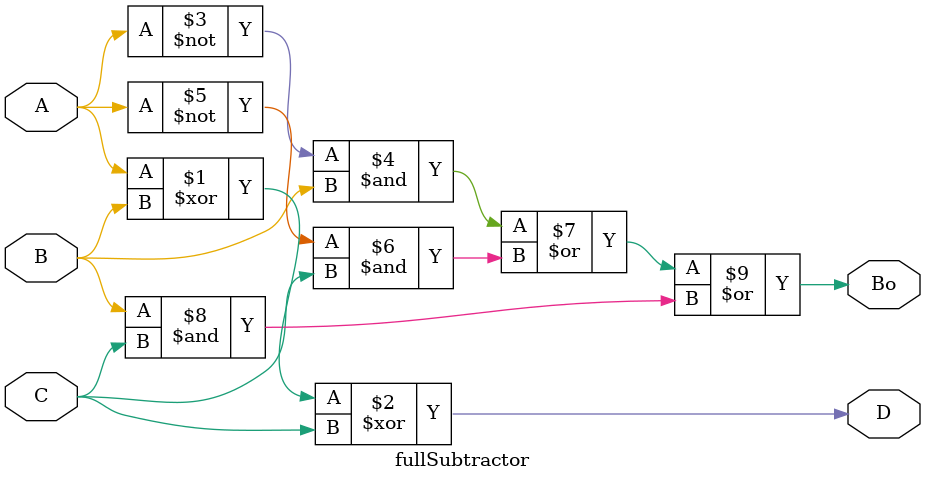
<source format=v>
`timescale 1ns / 1ps

module fullSubtractor(
    input A,
    input B,
    input C,
    output D,
    output Bo
    );
    
    assign D = A^B^C;
    assign Bo = ~A&B | ~A&C | B&C;
endmodule

</source>
